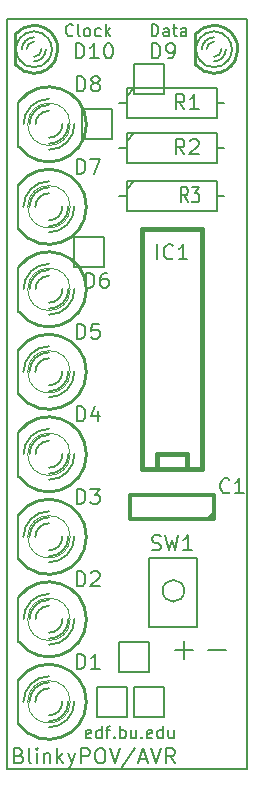
<source format=gto>
G04 (created by PCBNEW (2012-oct-18)-testing) date Mon 07 Oct 2013 03:49:21 PM EDT*
%MOIN*%
G04 Gerber Fmt 3.4, Leading zero omitted, Abs format*
%FSLAX34Y34*%
G01*
G70*
G90*
G04 APERTURE LIST*
%ADD10C,0.006*%
%ADD11C,0.008*%
%ADD12C,0.00590551*%
%ADD13C,0.005*%
%ADD14C,0.015*%
%ADD15C,0.012*%
%ADD16C,0.01*%
%ADD17C,0.003*%
G04 APERTURE END LIST*
G54D10*
G54D11*
X4819Y24438D02*
X4819Y24838D01*
X4914Y24838D01*
X4971Y24819D01*
X5009Y24780D01*
X5028Y24742D01*
X5047Y24666D01*
X5047Y24609D01*
X5028Y24533D01*
X5009Y24495D01*
X4971Y24457D01*
X4914Y24438D01*
X4819Y24438D01*
X5390Y24438D02*
X5390Y24647D01*
X5371Y24685D01*
X5333Y24704D01*
X5257Y24704D01*
X5219Y24685D01*
X5390Y24457D02*
X5352Y24438D01*
X5257Y24438D01*
X5219Y24457D01*
X5200Y24495D01*
X5200Y24533D01*
X5219Y24571D01*
X5257Y24590D01*
X5352Y24590D01*
X5390Y24609D01*
X5523Y24704D02*
X5676Y24704D01*
X5580Y24838D02*
X5580Y24495D01*
X5600Y24457D01*
X5638Y24438D01*
X5676Y24438D01*
X5980Y24438D02*
X5980Y24647D01*
X5961Y24685D01*
X5923Y24704D01*
X5847Y24704D01*
X5809Y24685D01*
X5980Y24457D02*
X5942Y24438D01*
X5847Y24438D01*
X5809Y24457D01*
X5790Y24495D01*
X5790Y24533D01*
X5809Y24571D01*
X5847Y24590D01*
X5942Y24590D01*
X5980Y24609D01*
X2204Y24476D02*
X2185Y24457D01*
X2128Y24438D01*
X2090Y24438D01*
X2033Y24457D01*
X1995Y24495D01*
X1976Y24533D01*
X1957Y24609D01*
X1957Y24666D01*
X1976Y24742D01*
X1995Y24780D01*
X2033Y24819D01*
X2090Y24838D01*
X2128Y24838D01*
X2185Y24819D01*
X2204Y24800D01*
X2433Y24438D02*
X2395Y24457D01*
X2376Y24495D01*
X2376Y24838D01*
X2642Y24438D02*
X2604Y24457D01*
X2585Y24476D01*
X2566Y24514D01*
X2566Y24628D01*
X2585Y24666D01*
X2604Y24685D01*
X2642Y24704D01*
X2700Y24704D01*
X2738Y24685D01*
X2757Y24666D01*
X2776Y24628D01*
X2776Y24514D01*
X2757Y24476D01*
X2738Y24457D01*
X2700Y24438D01*
X2642Y24438D01*
X3119Y24457D02*
X3080Y24438D01*
X3004Y24438D01*
X2966Y24457D01*
X2947Y24476D01*
X2928Y24514D01*
X2928Y24628D01*
X2947Y24666D01*
X2966Y24685D01*
X3004Y24704D01*
X3080Y24704D01*
X3119Y24685D01*
X3290Y24438D02*
X3290Y24838D01*
X3328Y24590D02*
X3442Y24438D01*
X3442Y24704D02*
X3290Y24552D01*
X2795Y1057D02*
X2757Y1038D01*
X2680Y1038D01*
X2642Y1057D01*
X2623Y1095D01*
X2623Y1247D01*
X2642Y1285D01*
X2680Y1304D01*
X2757Y1304D01*
X2795Y1285D01*
X2814Y1247D01*
X2814Y1209D01*
X2623Y1171D01*
X3157Y1038D02*
X3157Y1438D01*
X3157Y1057D02*
X3119Y1038D01*
X3042Y1038D01*
X3004Y1057D01*
X2985Y1076D01*
X2966Y1114D01*
X2966Y1228D01*
X2985Y1266D01*
X3004Y1285D01*
X3042Y1304D01*
X3119Y1304D01*
X3157Y1285D01*
X3290Y1304D02*
X3442Y1304D01*
X3347Y1038D02*
X3347Y1380D01*
X3366Y1419D01*
X3404Y1438D01*
X3442Y1438D01*
X3576Y1076D02*
X3595Y1057D01*
X3576Y1038D01*
X3557Y1057D01*
X3576Y1076D01*
X3576Y1038D01*
X3766Y1038D02*
X3766Y1438D01*
X3766Y1285D02*
X3804Y1304D01*
X3880Y1304D01*
X3919Y1285D01*
X3938Y1266D01*
X3957Y1228D01*
X3957Y1114D01*
X3938Y1076D01*
X3919Y1057D01*
X3880Y1038D01*
X3804Y1038D01*
X3766Y1057D01*
X4300Y1304D02*
X4300Y1038D01*
X4128Y1304D02*
X4128Y1095D01*
X4147Y1057D01*
X4185Y1038D01*
X4242Y1038D01*
X4280Y1057D01*
X4300Y1076D01*
X4490Y1076D02*
X4509Y1057D01*
X4490Y1038D01*
X4471Y1057D01*
X4490Y1076D01*
X4490Y1038D01*
X4833Y1057D02*
X4795Y1038D01*
X4719Y1038D01*
X4680Y1057D01*
X4661Y1095D01*
X4661Y1247D01*
X4680Y1285D01*
X4719Y1304D01*
X4795Y1304D01*
X4833Y1285D01*
X4852Y1247D01*
X4852Y1209D01*
X4661Y1171D01*
X5195Y1038D02*
X5195Y1438D01*
X5195Y1057D02*
X5157Y1038D01*
X5080Y1038D01*
X5042Y1057D01*
X5023Y1076D01*
X5004Y1114D01*
X5004Y1228D01*
X5023Y1266D01*
X5042Y1285D01*
X5080Y1304D01*
X5157Y1304D01*
X5195Y1285D01*
X5557Y1304D02*
X5557Y1038D01*
X5385Y1304D02*
X5385Y1095D01*
X5404Y1057D01*
X5442Y1038D01*
X5500Y1038D01*
X5538Y1057D01*
X5557Y1076D01*
X400Y459D02*
X471Y435D01*
X495Y411D01*
X519Y364D01*
X519Y292D01*
X495Y245D01*
X471Y221D01*
X423Y197D01*
X233Y197D01*
X233Y697D01*
X400Y697D01*
X447Y673D01*
X471Y650D01*
X495Y602D01*
X495Y554D01*
X471Y507D01*
X447Y483D01*
X400Y459D01*
X233Y459D01*
X804Y197D02*
X757Y221D01*
X733Y269D01*
X733Y697D01*
X995Y197D02*
X995Y530D01*
X995Y697D02*
X971Y673D01*
X995Y650D01*
X1019Y673D01*
X995Y697D01*
X995Y650D01*
X1233Y530D02*
X1233Y197D01*
X1233Y483D02*
X1257Y507D01*
X1304Y530D01*
X1376Y530D01*
X1423Y507D01*
X1447Y459D01*
X1447Y197D01*
X1685Y197D02*
X1685Y697D01*
X1733Y388D02*
X1876Y197D01*
X1876Y530D02*
X1685Y340D01*
X2042Y530D02*
X2161Y197D01*
X2280Y530D02*
X2161Y197D01*
X2114Y78D01*
X2090Y54D01*
X2042Y30D01*
X2471Y197D02*
X2471Y697D01*
X2661Y697D01*
X2709Y673D01*
X2733Y650D01*
X2757Y602D01*
X2757Y530D01*
X2733Y483D01*
X2709Y459D01*
X2661Y435D01*
X2471Y435D01*
X3066Y697D02*
X3161Y697D01*
X3209Y673D01*
X3257Y626D01*
X3280Y530D01*
X3280Y364D01*
X3257Y269D01*
X3209Y221D01*
X3161Y197D01*
X3066Y197D01*
X3019Y221D01*
X2971Y269D01*
X2947Y364D01*
X2947Y530D01*
X2971Y626D01*
X3019Y673D01*
X3066Y697D01*
X3423Y697D02*
X3590Y197D01*
X3757Y697D01*
X4280Y721D02*
X3852Y78D01*
X4423Y340D02*
X4661Y340D01*
X4376Y197D02*
X4542Y697D01*
X4709Y197D01*
X4804Y697D02*
X4971Y197D01*
X5138Y697D01*
X5590Y197D02*
X5423Y435D01*
X5304Y197D02*
X5304Y697D01*
X5495Y697D01*
X5542Y673D01*
X5566Y650D01*
X5590Y602D01*
X5590Y530D01*
X5566Y483D01*
X5542Y459D01*
X5495Y435D01*
X5304Y435D01*
X6695Y3980D02*
X7304Y3980D01*
X5595Y3980D02*
X6204Y3980D01*
X5900Y3676D02*
X5900Y4285D01*
G54D12*
X0Y0D02*
X0Y25000D01*
X8000Y0D02*
X0Y0D01*
X8000Y25000D02*
X8000Y0D01*
X0Y25000D02*
X8000Y25000D01*
G54D13*
X4000Y22450D02*
X4000Y21700D01*
X4000Y21700D02*
X7000Y21700D01*
X7000Y21700D02*
X7000Y22700D01*
X7000Y22700D02*
X4000Y22700D01*
X4000Y22700D02*
X4000Y22450D01*
X3750Y22200D02*
X4000Y22200D01*
X7000Y22200D02*
X7250Y22200D01*
X4000Y22450D02*
X4250Y22700D01*
X4000Y20950D02*
X4000Y20200D01*
X4000Y20200D02*
X7000Y20200D01*
X7000Y20200D02*
X7000Y21200D01*
X7000Y21200D02*
X4000Y21200D01*
X4000Y21200D02*
X4000Y20950D01*
X3750Y20700D02*
X4000Y20700D01*
X7000Y20700D02*
X7250Y20700D01*
X4000Y20950D02*
X4250Y21200D01*
G54D14*
X4500Y10000D02*
X4500Y18000D01*
X6500Y18000D02*
X6500Y10000D01*
X6500Y10000D02*
X4500Y10000D01*
X5000Y10000D02*
X5000Y10500D01*
X5000Y10500D02*
X6000Y10500D01*
X6000Y10500D02*
X6000Y10000D01*
X4500Y18000D02*
X6500Y18000D01*
G54D15*
X6900Y8350D02*
X4100Y8350D01*
X4100Y8350D02*
X4100Y9150D01*
X4100Y9150D02*
X6900Y9150D01*
X6900Y9150D02*
X6900Y8350D01*
X6900Y8550D02*
X6700Y8350D01*
G54D12*
X5910Y5950D02*
G75*
G03X5910Y5950I-360J0D01*
G74*
G01*
X4750Y7050D02*
X6350Y7050D01*
X6350Y7050D02*
X6350Y4750D01*
X6350Y4750D02*
X4750Y4750D01*
X4750Y4750D02*
X4750Y7050D01*
G54D13*
X4000Y19350D02*
X4000Y18600D01*
X4000Y18600D02*
X7000Y18600D01*
X7000Y18600D02*
X7000Y19600D01*
X7000Y19600D02*
X4000Y19600D01*
X4000Y19600D02*
X4000Y19350D01*
X3750Y19100D02*
X4000Y19100D01*
X7000Y19100D02*
X7250Y19100D01*
X4000Y19350D02*
X4250Y19600D01*
G54D16*
X280Y24500D02*
X280Y23500D01*
G54D10*
X1360Y23615D02*
G75*
G03X1500Y24000I-460J384D01*
G74*
G01*
X1499Y24000D02*
G75*
G03X1348Y24397I-599J0D01*
G74*
G01*
X300Y24000D02*
G75*
G03X444Y23610I599J0D01*
G74*
G01*
X439Y24384D02*
G75*
G03X300Y24000I460J-384D01*
G74*
G01*
X412Y23650D02*
G75*
G03X900Y23400I487J349D01*
G74*
G01*
X900Y23400D02*
G75*
G03X1379Y23639I0J600D01*
G74*
G01*
X900Y24599D02*
G75*
G03X427Y24368I0J-599D01*
G74*
G01*
X1373Y24368D02*
G75*
G03X900Y24600I-473J-368D01*
G74*
G01*
X900Y23750D02*
G75*
G03X1150Y24000I0J250D01*
G74*
G01*
X900Y23600D02*
G75*
G03X1300Y24000I0J400D01*
G74*
G01*
X900Y24250D02*
G75*
G03X650Y24000I0J-250D01*
G74*
G01*
X900Y24400D02*
G75*
G03X500Y24000I0J-400D01*
G74*
G01*
G54D16*
X286Y23486D02*
G75*
G03X900Y23200I613J513D01*
G74*
G01*
X900Y23201D02*
G75*
G03X1604Y23623I0J799D01*
G74*
G01*
X898Y24798D02*
G75*
G03X289Y24515I1J-798D01*
G74*
G01*
X1594Y24397D02*
G75*
G03X900Y24800I-694J-397D01*
G74*
G01*
X1604Y23620D02*
G75*
G03X1700Y24000I-704J379D01*
G74*
G01*
X1699Y24000D02*
G75*
G03X1581Y24418I-799J0D01*
G74*
G01*
X6280Y24500D02*
X6280Y23500D01*
G54D10*
X7360Y23615D02*
G75*
G03X7500Y24000I-460J384D01*
G74*
G01*
X7499Y24000D02*
G75*
G03X7348Y24397I-599J0D01*
G74*
G01*
X6300Y24000D02*
G75*
G03X6444Y23610I599J0D01*
G74*
G01*
X6439Y24384D02*
G75*
G03X6300Y24000I460J-384D01*
G74*
G01*
X6412Y23650D02*
G75*
G03X6900Y23400I487J349D01*
G74*
G01*
X6900Y23400D02*
G75*
G03X7379Y23639I0J600D01*
G74*
G01*
X6900Y24599D02*
G75*
G03X6427Y24368I0J-599D01*
G74*
G01*
X7373Y24368D02*
G75*
G03X6900Y24600I-473J-368D01*
G74*
G01*
X6900Y23750D02*
G75*
G03X7150Y24000I0J250D01*
G74*
G01*
X6900Y23600D02*
G75*
G03X7300Y24000I0J400D01*
G74*
G01*
X6900Y24250D02*
G75*
G03X6650Y24000I0J-250D01*
G74*
G01*
X6900Y24400D02*
G75*
G03X6500Y24000I0J-400D01*
G74*
G01*
G54D16*
X6286Y23486D02*
G75*
G03X6900Y23200I613J513D01*
G74*
G01*
X6900Y23201D02*
G75*
G03X7604Y23623I0J799D01*
G74*
G01*
X6898Y24798D02*
G75*
G03X6289Y24515I1J-798D01*
G74*
G01*
X7594Y24397D02*
G75*
G03X6900Y24800I-694J-397D01*
G74*
G01*
X7604Y23620D02*
G75*
G03X7700Y24000I-704J379D01*
G74*
G01*
X7699Y24000D02*
G75*
G03X7581Y24418I-799J0D01*
G74*
G01*
G54D11*
X380Y22250D02*
X380Y20750D01*
G54D17*
X2107Y21500D02*
G75*
G03X2107Y21500I-707J0D01*
G74*
G01*
G54D16*
X400Y20749D02*
G75*
G03X400Y22250I999J750D01*
G74*
G01*
G54D10*
X1400Y21050D02*
G75*
G03X1850Y21500I0J450D01*
G74*
G01*
X1400Y21950D02*
G75*
G03X950Y21500I0J-450D01*
G74*
G01*
X1400Y20850D02*
G75*
G03X2050Y21500I0J650D01*
G74*
G01*
X1400Y22150D02*
G75*
G03X750Y21500I0J-650D01*
G74*
G01*
X1400Y20650D02*
G75*
G03X2250Y21500I0J850D01*
G74*
G01*
X1400Y22350D02*
G75*
G03X550Y21500I0J-850D01*
G74*
G01*
G54D11*
X380Y19500D02*
X380Y18000D01*
G54D17*
X2107Y18750D02*
G75*
G03X2107Y18750I-707J0D01*
G74*
G01*
G54D16*
X400Y17999D02*
G75*
G03X400Y19500I999J750D01*
G74*
G01*
G54D10*
X1400Y18300D02*
G75*
G03X1850Y18750I0J450D01*
G74*
G01*
X1400Y19200D02*
G75*
G03X950Y18750I0J-450D01*
G74*
G01*
X1400Y18100D02*
G75*
G03X2050Y18750I0J650D01*
G74*
G01*
X1400Y19400D02*
G75*
G03X750Y18750I0J-650D01*
G74*
G01*
X1400Y17900D02*
G75*
G03X2250Y18750I0J850D01*
G74*
G01*
X1400Y19600D02*
G75*
G03X550Y18750I0J-850D01*
G74*
G01*
G54D11*
X380Y16750D02*
X380Y15250D01*
G54D17*
X2107Y16000D02*
G75*
G03X2107Y16000I-707J0D01*
G74*
G01*
G54D16*
X400Y15249D02*
G75*
G03X400Y16750I999J750D01*
G74*
G01*
G54D10*
X1400Y15550D02*
G75*
G03X1850Y16000I0J450D01*
G74*
G01*
X1400Y16450D02*
G75*
G03X950Y16000I0J-450D01*
G74*
G01*
X1400Y15350D02*
G75*
G03X2050Y16000I0J650D01*
G74*
G01*
X1400Y16650D02*
G75*
G03X750Y16000I0J-650D01*
G74*
G01*
X1400Y15150D02*
G75*
G03X2250Y16000I0J850D01*
G74*
G01*
X1400Y16850D02*
G75*
G03X550Y16000I0J-850D01*
G74*
G01*
G54D11*
X380Y14000D02*
X380Y12500D01*
G54D17*
X2107Y13250D02*
G75*
G03X2107Y13250I-707J0D01*
G74*
G01*
G54D16*
X400Y12499D02*
G75*
G03X400Y14000I999J750D01*
G74*
G01*
G54D10*
X1400Y12800D02*
G75*
G03X1850Y13250I0J450D01*
G74*
G01*
X1400Y13700D02*
G75*
G03X950Y13250I0J-450D01*
G74*
G01*
X1400Y12600D02*
G75*
G03X2050Y13250I0J650D01*
G74*
G01*
X1400Y13900D02*
G75*
G03X750Y13250I0J-650D01*
G74*
G01*
X1400Y12400D02*
G75*
G03X2250Y13250I0J850D01*
G74*
G01*
X1400Y14100D02*
G75*
G03X550Y13250I0J-850D01*
G74*
G01*
G54D11*
X380Y11250D02*
X380Y9750D01*
G54D17*
X2107Y10500D02*
G75*
G03X2107Y10500I-707J0D01*
G74*
G01*
G54D16*
X400Y9749D02*
G75*
G03X400Y11250I999J750D01*
G74*
G01*
G54D10*
X1400Y10050D02*
G75*
G03X1850Y10500I0J450D01*
G74*
G01*
X1400Y10950D02*
G75*
G03X950Y10500I0J-450D01*
G74*
G01*
X1400Y9850D02*
G75*
G03X2050Y10500I0J650D01*
G74*
G01*
X1400Y11150D02*
G75*
G03X750Y10500I0J-650D01*
G74*
G01*
X1400Y9650D02*
G75*
G03X2250Y10500I0J850D01*
G74*
G01*
X1400Y11350D02*
G75*
G03X550Y10500I0J-850D01*
G74*
G01*
G54D11*
X380Y8500D02*
X380Y7000D01*
G54D17*
X2107Y7750D02*
G75*
G03X2107Y7750I-707J0D01*
G74*
G01*
G54D16*
X400Y6999D02*
G75*
G03X400Y8500I999J750D01*
G74*
G01*
G54D10*
X1400Y7300D02*
G75*
G03X1850Y7750I0J450D01*
G74*
G01*
X1400Y8200D02*
G75*
G03X950Y7750I0J-450D01*
G74*
G01*
X1400Y7100D02*
G75*
G03X2050Y7750I0J650D01*
G74*
G01*
X1400Y8400D02*
G75*
G03X750Y7750I0J-650D01*
G74*
G01*
X1400Y6900D02*
G75*
G03X2250Y7750I0J850D01*
G74*
G01*
X1400Y8600D02*
G75*
G03X550Y7750I0J-850D01*
G74*
G01*
G54D11*
X380Y5750D02*
X380Y4250D01*
G54D17*
X2107Y5000D02*
G75*
G03X2107Y5000I-707J0D01*
G74*
G01*
G54D16*
X400Y4249D02*
G75*
G03X400Y5750I999J750D01*
G74*
G01*
G54D10*
X1400Y4550D02*
G75*
G03X1850Y5000I0J450D01*
G74*
G01*
X1400Y5450D02*
G75*
G03X950Y5000I0J-450D01*
G74*
G01*
X1400Y4350D02*
G75*
G03X2050Y5000I0J650D01*
G74*
G01*
X1400Y5650D02*
G75*
G03X750Y5000I0J-650D01*
G74*
G01*
X1400Y4150D02*
G75*
G03X2250Y5000I0J850D01*
G74*
G01*
X1400Y5850D02*
G75*
G03X550Y5000I0J-850D01*
G74*
G01*
G54D11*
X380Y3000D02*
X380Y1500D01*
G54D17*
X2107Y2250D02*
G75*
G03X2107Y2250I-707J0D01*
G74*
G01*
G54D16*
X400Y1499D02*
G75*
G03X400Y3000I999J750D01*
G74*
G01*
G54D10*
X1400Y1800D02*
G75*
G03X1850Y2250I0J450D01*
G74*
G01*
X1400Y2700D02*
G75*
G03X950Y2250I0J-450D01*
G74*
G01*
X1400Y1600D02*
G75*
G03X2050Y2250I0J650D01*
G74*
G01*
X1400Y2900D02*
G75*
G03X750Y2250I0J-650D01*
G74*
G01*
X1400Y1400D02*
G75*
G03X2250Y2250I0J850D01*
G74*
G01*
X1400Y3100D02*
G75*
G03X550Y2250I0J-850D01*
G74*
G01*
X3500Y21000D02*
X2500Y21000D01*
X2500Y22000D02*
X3500Y22000D01*
X2500Y21000D02*
X2500Y22000D01*
X3500Y22000D02*
X3500Y21000D01*
X3250Y16750D02*
X2250Y16750D01*
X2250Y17750D02*
X3250Y17750D01*
X2250Y16750D02*
X2250Y17750D01*
X3250Y17750D02*
X3250Y16750D01*
X5250Y22500D02*
X4250Y22500D01*
X4250Y23500D02*
X5250Y23500D01*
X4250Y22500D02*
X4250Y23500D01*
X5250Y23500D02*
X5250Y22500D01*
X4750Y3250D02*
X3750Y3250D01*
X3750Y4250D02*
X4750Y4250D01*
X3750Y3250D02*
X3750Y4250D01*
X4750Y4250D02*
X4750Y3250D01*
X5250Y1750D02*
X4250Y1750D01*
X4250Y2750D02*
X5250Y2750D01*
X4250Y1750D02*
X4250Y2750D01*
X5250Y2750D02*
X5250Y1750D01*
X4000Y1750D02*
X3000Y1750D01*
X3000Y2750D02*
X4000Y2750D01*
X3000Y1750D02*
X3000Y2750D01*
X4000Y2750D02*
X4000Y1750D01*
G54D11*
X5916Y21997D02*
X5750Y22235D01*
X5630Y21997D02*
X5630Y22497D01*
X5821Y22497D01*
X5869Y22473D01*
X5892Y22450D01*
X5916Y22402D01*
X5916Y22330D01*
X5892Y22283D01*
X5869Y22259D01*
X5821Y22235D01*
X5630Y22235D01*
X6392Y21997D02*
X6107Y21997D01*
X6250Y21997D02*
X6250Y22497D01*
X6202Y22426D01*
X6154Y22378D01*
X6107Y22354D01*
X5916Y20497D02*
X5750Y20735D01*
X5630Y20497D02*
X5630Y20997D01*
X5821Y20997D01*
X5869Y20973D01*
X5892Y20950D01*
X5916Y20902D01*
X5916Y20830D01*
X5892Y20783D01*
X5869Y20759D01*
X5821Y20735D01*
X5630Y20735D01*
X6107Y20950D02*
X6130Y20973D01*
X6178Y20997D01*
X6297Y20997D01*
X6345Y20973D01*
X6369Y20950D01*
X6392Y20902D01*
X6392Y20854D01*
X6369Y20783D01*
X6083Y20497D01*
X6392Y20497D01*
X5011Y16997D02*
X5011Y17497D01*
X5535Y17045D02*
X5511Y17021D01*
X5440Y16997D01*
X5392Y16997D01*
X5321Y17021D01*
X5273Y17069D01*
X5250Y17116D01*
X5226Y17211D01*
X5226Y17283D01*
X5250Y17378D01*
X5273Y17426D01*
X5321Y17473D01*
X5392Y17497D01*
X5440Y17497D01*
X5511Y17473D01*
X5535Y17450D01*
X6011Y16997D02*
X5726Y16997D01*
X5869Y16997D02*
X5869Y17497D01*
X5821Y17426D01*
X5773Y17378D01*
X5726Y17354D01*
X7416Y9245D02*
X7392Y9221D01*
X7321Y9197D01*
X7273Y9197D01*
X7202Y9221D01*
X7154Y9269D01*
X7130Y9316D01*
X7107Y9411D01*
X7107Y9483D01*
X7130Y9578D01*
X7154Y9626D01*
X7202Y9673D01*
X7273Y9697D01*
X7321Y9697D01*
X7392Y9673D01*
X7416Y9650D01*
X7892Y9197D02*
X7607Y9197D01*
X7750Y9197D02*
X7750Y9697D01*
X7702Y9626D01*
X7654Y9578D01*
X7607Y9554D01*
X4833Y7321D02*
X4904Y7297D01*
X5023Y7297D01*
X5071Y7321D01*
X5095Y7345D01*
X5119Y7392D01*
X5119Y7440D01*
X5095Y7488D01*
X5071Y7511D01*
X5023Y7535D01*
X4928Y7559D01*
X4880Y7583D01*
X4857Y7607D01*
X4833Y7654D01*
X4833Y7702D01*
X4857Y7750D01*
X4880Y7773D01*
X4928Y7797D01*
X5047Y7797D01*
X5119Y7773D01*
X5285Y7797D02*
X5404Y7297D01*
X5500Y7654D01*
X5595Y7297D01*
X5714Y7797D01*
X6166Y7297D02*
X5880Y7297D01*
X6023Y7297D02*
X6023Y7797D01*
X5976Y7726D01*
X5928Y7678D01*
X5880Y7654D01*
G54D10*
X6033Y18897D02*
X5900Y19135D01*
X5804Y18897D02*
X5804Y19397D01*
X5957Y19397D01*
X5995Y19373D01*
X6014Y19350D01*
X6033Y19302D01*
X6033Y19230D01*
X6014Y19183D01*
X5995Y19159D01*
X5957Y19135D01*
X5804Y19135D01*
X6166Y19397D02*
X6414Y19397D01*
X6280Y19207D01*
X6338Y19207D01*
X6376Y19183D01*
X6395Y19159D01*
X6414Y19111D01*
X6414Y18992D01*
X6395Y18945D01*
X6376Y18921D01*
X6338Y18897D01*
X6223Y18897D01*
X6185Y18921D01*
X6166Y18945D01*
G54D11*
X2292Y23697D02*
X2292Y24197D01*
X2411Y24197D01*
X2483Y24173D01*
X2530Y24126D01*
X2554Y24078D01*
X2578Y23983D01*
X2578Y23911D01*
X2554Y23816D01*
X2530Y23769D01*
X2483Y23721D01*
X2411Y23697D01*
X2292Y23697D01*
X3054Y23697D02*
X2769Y23697D01*
X2911Y23697D02*
X2911Y24197D01*
X2864Y24126D01*
X2816Y24078D01*
X2769Y24054D01*
X3364Y24197D02*
X3411Y24197D01*
X3459Y24173D01*
X3483Y24150D01*
X3507Y24102D01*
X3530Y24007D01*
X3530Y23888D01*
X3507Y23792D01*
X3483Y23745D01*
X3459Y23721D01*
X3411Y23697D01*
X3364Y23697D01*
X3316Y23721D01*
X3292Y23745D01*
X3269Y23792D01*
X3245Y23888D01*
X3245Y24007D01*
X3269Y24102D01*
X3292Y24150D01*
X3316Y24173D01*
X3364Y24197D01*
X4830Y23697D02*
X4830Y24197D01*
X4950Y24197D01*
X5021Y24173D01*
X5069Y24126D01*
X5092Y24078D01*
X5116Y23983D01*
X5116Y23911D01*
X5092Y23816D01*
X5069Y23769D01*
X5021Y23721D01*
X4950Y23697D01*
X4830Y23697D01*
X5354Y23697D02*
X5450Y23697D01*
X5497Y23721D01*
X5521Y23745D01*
X5569Y23816D01*
X5592Y23911D01*
X5592Y24102D01*
X5569Y24150D01*
X5545Y24173D01*
X5497Y24197D01*
X5402Y24197D01*
X5354Y24173D01*
X5330Y24150D01*
X5307Y24102D01*
X5307Y23983D01*
X5330Y23935D01*
X5354Y23911D01*
X5402Y23888D01*
X5497Y23888D01*
X5545Y23911D01*
X5569Y23935D01*
X5592Y23983D01*
X2330Y22597D02*
X2330Y23097D01*
X2450Y23097D01*
X2521Y23073D01*
X2569Y23026D01*
X2592Y22978D01*
X2616Y22883D01*
X2616Y22811D01*
X2592Y22716D01*
X2569Y22669D01*
X2521Y22621D01*
X2450Y22597D01*
X2330Y22597D01*
X2902Y22883D02*
X2854Y22907D01*
X2830Y22930D01*
X2807Y22978D01*
X2807Y23002D01*
X2830Y23050D01*
X2854Y23073D01*
X2902Y23097D01*
X2997Y23097D01*
X3045Y23073D01*
X3069Y23050D01*
X3092Y23002D01*
X3092Y22978D01*
X3069Y22930D01*
X3045Y22907D01*
X2997Y22883D01*
X2902Y22883D01*
X2854Y22859D01*
X2830Y22835D01*
X2807Y22788D01*
X2807Y22692D01*
X2830Y22645D01*
X2854Y22621D01*
X2902Y22597D01*
X2997Y22597D01*
X3045Y22621D01*
X3069Y22645D01*
X3092Y22692D01*
X3092Y22788D01*
X3069Y22835D01*
X3045Y22859D01*
X2997Y22883D01*
X2330Y19847D02*
X2330Y20347D01*
X2450Y20347D01*
X2521Y20323D01*
X2569Y20276D01*
X2592Y20228D01*
X2616Y20133D01*
X2616Y20061D01*
X2592Y19966D01*
X2569Y19919D01*
X2521Y19871D01*
X2450Y19847D01*
X2330Y19847D01*
X2783Y20347D02*
X3116Y20347D01*
X2902Y19847D01*
X2630Y16047D02*
X2630Y16547D01*
X2750Y16547D01*
X2821Y16523D01*
X2869Y16476D01*
X2892Y16428D01*
X2916Y16333D01*
X2916Y16261D01*
X2892Y16166D01*
X2869Y16119D01*
X2821Y16071D01*
X2750Y16047D01*
X2630Y16047D01*
X3345Y16547D02*
X3250Y16547D01*
X3202Y16523D01*
X3178Y16500D01*
X3130Y16428D01*
X3107Y16333D01*
X3107Y16142D01*
X3130Y16095D01*
X3154Y16071D01*
X3202Y16047D01*
X3297Y16047D01*
X3345Y16071D01*
X3369Y16095D01*
X3392Y16142D01*
X3392Y16261D01*
X3369Y16309D01*
X3345Y16333D01*
X3297Y16357D01*
X3202Y16357D01*
X3154Y16333D01*
X3130Y16309D01*
X3107Y16261D01*
X2330Y14347D02*
X2330Y14847D01*
X2450Y14847D01*
X2521Y14823D01*
X2569Y14776D01*
X2592Y14728D01*
X2616Y14633D01*
X2616Y14561D01*
X2592Y14466D01*
X2569Y14419D01*
X2521Y14371D01*
X2450Y14347D01*
X2330Y14347D01*
X3069Y14847D02*
X2830Y14847D01*
X2807Y14609D01*
X2830Y14633D01*
X2878Y14657D01*
X2997Y14657D01*
X3045Y14633D01*
X3069Y14609D01*
X3092Y14561D01*
X3092Y14442D01*
X3069Y14395D01*
X3045Y14371D01*
X2997Y14347D01*
X2878Y14347D01*
X2830Y14371D01*
X2807Y14395D01*
X2330Y11597D02*
X2330Y12097D01*
X2450Y12097D01*
X2521Y12073D01*
X2569Y12026D01*
X2592Y11978D01*
X2616Y11883D01*
X2616Y11811D01*
X2592Y11716D01*
X2569Y11669D01*
X2521Y11621D01*
X2450Y11597D01*
X2330Y11597D01*
X3045Y11930D02*
X3045Y11597D01*
X2926Y12121D02*
X2807Y11764D01*
X3116Y11764D01*
X2330Y8847D02*
X2330Y9347D01*
X2450Y9347D01*
X2521Y9323D01*
X2569Y9276D01*
X2592Y9228D01*
X2616Y9133D01*
X2616Y9061D01*
X2592Y8966D01*
X2569Y8919D01*
X2521Y8871D01*
X2450Y8847D01*
X2330Y8847D01*
X2783Y9347D02*
X3092Y9347D01*
X2926Y9157D01*
X2997Y9157D01*
X3045Y9133D01*
X3069Y9109D01*
X3092Y9061D01*
X3092Y8942D01*
X3069Y8895D01*
X3045Y8871D01*
X2997Y8847D01*
X2854Y8847D01*
X2807Y8871D01*
X2783Y8895D01*
X2330Y6097D02*
X2330Y6597D01*
X2450Y6597D01*
X2521Y6573D01*
X2569Y6526D01*
X2592Y6478D01*
X2616Y6383D01*
X2616Y6311D01*
X2592Y6216D01*
X2569Y6169D01*
X2521Y6121D01*
X2450Y6097D01*
X2330Y6097D01*
X2807Y6550D02*
X2830Y6573D01*
X2878Y6597D01*
X2997Y6597D01*
X3045Y6573D01*
X3069Y6550D01*
X3092Y6502D01*
X3092Y6454D01*
X3069Y6383D01*
X2783Y6097D01*
X3092Y6097D01*
X2330Y3347D02*
X2330Y3847D01*
X2450Y3847D01*
X2521Y3823D01*
X2569Y3776D01*
X2592Y3728D01*
X2616Y3633D01*
X2616Y3561D01*
X2592Y3466D01*
X2569Y3419D01*
X2521Y3371D01*
X2450Y3347D01*
X2330Y3347D01*
X3092Y3347D02*
X2807Y3347D01*
X2950Y3347D02*
X2950Y3847D01*
X2902Y3776D01*
X2854Y3728D01*
X2807Y3704D01*
M02*

</source>
